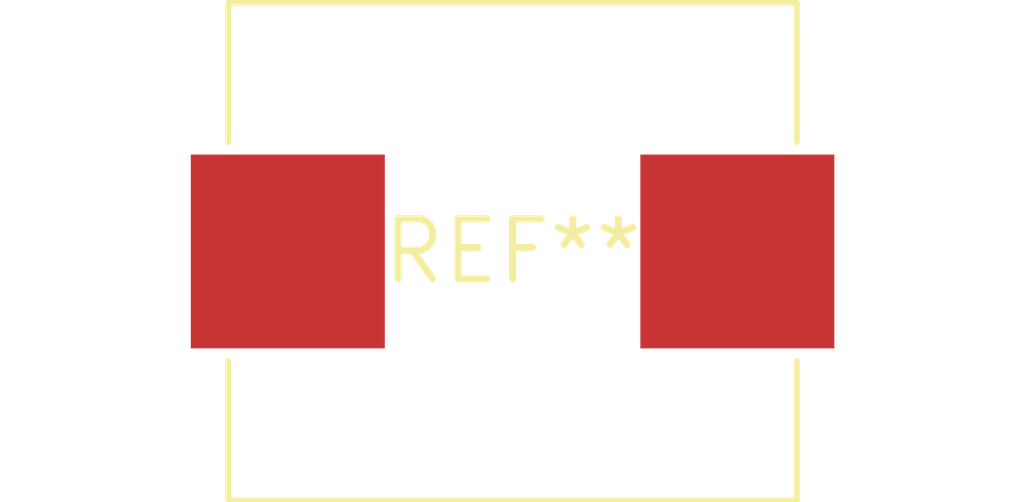
<source format=kicad_pcb>
(kicad_pcb (version 20240108) (generator pcbnew)
  (layers (0 "F.Cu" signal) (31 "B.Cu" signal) (34 "B.Paste" user) (35 "F.Paste" user) (36 "B.SilkS" user "B.Silkscreen") (37 "F.SilkS" user "F.Silkscreen") (38 "B.Mask" user) (39 "F.Mask" user) (44 "Edge.Cuts" user))
  (net 0 "")
  (footprint "L_Sunlord_MWSA1003S" (layer "F.Cu") (at 0 0)
    (property "Reference" "REF**")
    (property "Value" "L_Sunlord_MWSA1003S")
    (fp_line (start -6.01 -5.26) (end -6.01 -2.31) (layer "F.SilkS") (stroke (width 0.12)))
    (fp_line (start -6.01 -5.26) (end 6.01 -5.26) (layer "F.SilkS") (stroke (width 0.12)))
    (fp_line (start -6.01 5.26) (end -6.01 2.31) (layer "F.SilkS") (stroke (width 0.12)))
    (fp_line (start -6.01 5.26) (end 6.01 5.26) (layer "F.SilkS") (stroke (width 0.12)))
    (fp_line (start 6.01 -5.26) (end 6.01 -2.31) (layer "F.SilkS") (stroke (width 0.12)))
    (fp_line (start 6.01 5.26) (end 6.01 2.31) (layer "F.SilkS") (stroke (width 0.12)))
    (pad "1" smd rect (at -4.75 0) (size 4.1 4.1) (layers "F.Cu" "F.Paste" "F.Mask"))
    (pad "2" smd rect (at 4.75 0) (size 4.1 4.1) (layers "F.Cu" "F.Paste" "F.Mask"))
  )
)
</source>
